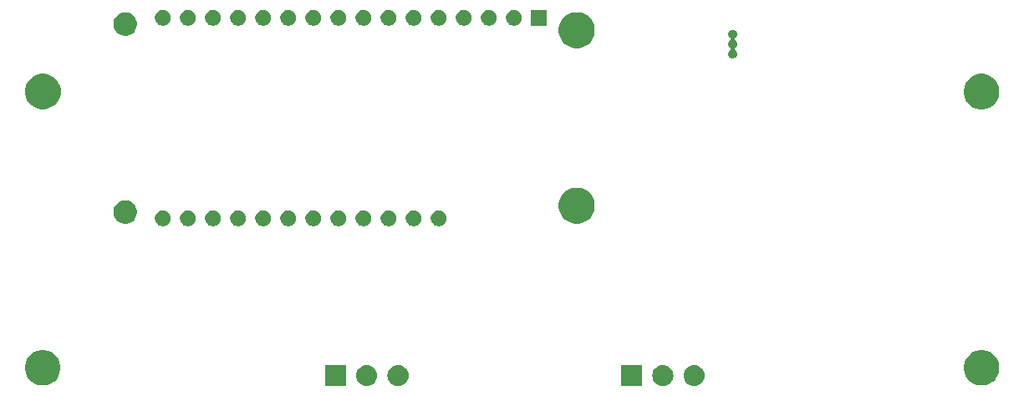
<source format=gbr>
G04 #@! TF.GenerationSoftware,KiCad,Pcbnew,5.1.4*
G04 #@! TF.CreationDate,2019-08-23T17:49:04-04:00*
G04 #@! TF.ProjectId,siot-gateway-particle,73696f74-2d67-4617-9465-7761792d7061,rev?*
G04 #@! TF.SameCoordinates,Original*
G04 #@! TF.FileFunction,Soldermask,Bot*
G04 #@! TF.FilePolarity,Negative*
%FSLAX46Y46*%
G04 Gerber Fmt 4.6, Leading zero omitted, Abs format (unit mm)*
G04 Created by KiCad (PCBNEW 5.1.4) date 2019-08-23 17:49:04*
%MOMM*%
%LPD*%
G04 APERTURE LIST*
%ADD10C,0.100000*%
G04 APERTURE END LIST*
D10*
G36*
X125066800Y-114066800D02*
G01*
X122933200Y-114066800D01*
X122933200Y-111933200D01*
X125066800Y-111933200D01*
X125066800Y-114066800D01*
X125066800Y-114066800D01*
G37*
G36*
X157384129Y-111948636D02*
G01*
X157585222Y-112009637D01*
X157770550Y-112108697D01*
X157932991Y-112242009D01*
X158066303Y-112404450D01*
X158165363Y-112589778D01*
X158226364Y-112790871D01*
X158246961Y-113000000D01*
X158226364Y-113209129D01*
X158165363Y-113410222D01*
X158066303Y-113595550D01*
X157932991Y-113757991D01*
X157770550Y-113891303D01*
X157585222Y-113990363D01*
X157384129Y-114051364D01*
X157227402Y-114066800D01*
X157122598Y-114066800D01*
X156965871Y-114051364D01*
X156764778Y-113990363D01*
X156579450Y-113891303D01*
X156417009Y-113757991D01*
X156283697Y-113595550D01*
X156184637Y-113410222D01*
X156123636Y-113209129D01*
X156103039Y-113000000D01*
X156123636Y-112790871D01*
X156184637Y-112589778D01*
X156283697Y-112404450D01*
X156417009Y-112242009D01*
X156579450Y-112108697D01*
X156764778Y-112009637D01*
X156965871Y-111948636D01*
X157122598Y-111933200D01*
X157227402Y-111933200D01*
X157384129Y-111948636D01*
X157384129Y-111948636D01*
G37*
G36*
X160559129Y-111948636D02*
G01*
X160760222Y-112009637D01*
X160945550Y-112108697D01*
X161107991Y-112242009D01*
X161241303Y-112404450D01*
X161340363Y-112589778D01*
X161401364Y-112790871D01*
X161421961Y-113000000D01*
X161401364Y-113209129D01*
X161340363Y-113410222D01*
X161241303Y-113595550D01*
X161107991Y-113757991D01*
X160945550Y-113891303D01*
X160760222Y-113990363D01*
X160559129Y-114051364D01*
X160402402Y-114066800D01*
X160297598Y-114066800D01*
X160140871Y-114051364D01*
X159939778Y-113990363D01*
X159754450Y-113891303D01*
X159592009Y-113757991D01*
X159458697Y-113595550D01*
X159359637Y-113410222D01*
X159298636Y-113209129D01*
X159278039Y-113000000D01*
X159298636Y-112790871D01*
X159359637Y-112589778D01*
X159458697Y-112404450D01*
X159592009Y-112242009D01*
X159754450Y-112108697D01*
X159939778Y-112009637D01*
X160140871Y-111948636D01*
X160297598Y-111933200D01*
X160402402Y-111933200D01*
X160559129Y-111948636D01*
X160559129Y-111948636D01*
G37*
G36*
X155066800Y-114066800D02*
G01*
X152933200Y-114066800D01*
X152933200Y-111933200D01*
X155066800Y-111933200D01*
X155066800Y-114066800D01*
X155066800Y-114066800D01*
G37*
G36*
X127384129Y-111948636D02*
G01*
X127585222Y-112009637D01*
X127770550Y-112108697D01*
X127932991Y-112242009D01*
X128066303Y-112404450D01*
X128165363Y-112589778D01*
X128226364Y-112790871D01*
X128246961Y-113000000D01*
X128226364Y-113209129D01*
X128165363Y-113410222D01*
X128066303Y-113595550D01*
X127932991Y-113757991D01*
X127770550Y-113891303D01*
X127585222Y-113990363D01*
X127384129Y-114051364D01*
X127227402Y-114066800D01*
X127122598Y-114066800D01*
X126965871Y-114051364D01*
X126764778Y-113990363D01*
X126579450Y-113891303D01*
X126417009Y-113757991D01*
X126283697Y-113595550D01*
X126184637Y-113410222D01*
X126123636Y-113209129D01*
X126103039Y-113000000D01*
X126123636Y-112790871D01*
X126184637Y-112589778D01*
X126283697Y-112404450D01*
X126417009Y-112242009D01*
X126579450Y-112108697D01*
X126764778Y-112009637D01*
X126965871Y-111948636D01*
X127122598Y-111933200D01*
X127227402Y-111933200D01*
X127384129Y-111948636D01*
X127384129Y-111948636D01*
G37*
G36*
X130559129Y-111948636D02*
G01*
X130760222Y-112009637D01*
X130945550Y-112108697D01*
X131107991Y-112242009D01*
X131241303Y-112404450D01*
X131340363Y-112589778D01*
X131401364Y-112790871D01*
X131421961Y-113000000D01*
X131401364Y-113209129D01*
X131340363Y-113410222D01*
X131241303Y-113595550D01*
X131107991Y-113757991D01*
X130945550Y-113891303D01*
X130760222Y-113990363D01*
X130559129Y-114051364D01*
X130402402Y-114066800D01*
X130297598Y-114066800D01*
X130140871Y-114051364D01*
X129939778Y-113990363D01*
X129754450Y-113891303D01*
X129592009Y-113757991D01*
X129458697Y-113595550D01*
X129359637Y-113410222D01*
X129298636Y-113209129D01*
X129278039Y-113000000D01*
X129298636Y-112790871D01*
X129359637Y-112589778D01*
X129458697Y-112404450D01*
X129592009Y-112242009D01*
X129754450Y-112108697D01*
X129939778Y-112009637D01*
X130140871Y-111948636D01*
X130297598Y-111933200D01*
X130402402Y-111933200D01*
X130559129Y-111948636D01*
X130559129Y-111948636D01*
G37*
G36*
X189975274Y-110478404D02*
G01*
X190302999Y-110614152D01*
X190523707Y-110761625D01*
X190597945Y-110811229D01*
X190848771Y-111062055D01*
X190848772Y-111062057D01*
X191045848Y-111357001D01*
X191181596Y-111684726D01*
X191250800Y-112032637D01*
X191250800Y-112387363D01*
X191181596Y-112735274D01*
X191045848Y-113062999D01*
X190898375Y-113283707D01*
X190848771Y-113357945D01*
X190597945Y-113608771D01*
X190523707Y-113658375D01*
X190302999Y-113805848D01*
X189975274Y-113941596D01*
X189627363Y-114010800D01*
X189272637Y-114010800D01*
X188924726Y-113941596D01*
X188597001Y-113805848D01*
X188376293Y-113658375D01*
X188302055Y-113608771D01*
X188051229Y-113357945D01*
X188001625Y-113283707D01*
X187854152Y-113062999D01*
X187718404Y-112735274D01*
X187649200Y-112387363D01*
X187649200Y-112032637D01*
X187718404Y-111684726D01*
X187854152Y-111357001D01*
X188051228Y-111062057D01*
X188051229Y-111062055D01*
X188302055Y-110811229D01*
X188376293Y-110761625D01*
X188597001Y-110614152D01*
X188924726Y-110478404D01*
X189272637Y-110409200D01*
X189627363Y-110409200D01*
X189975274Y-110478404D01*
X189975274Y-110478404D01*
G37*
G36*
X94885274Y-110468404D02*
G01*
X95212999Y-110604152D01*
X95433707Y-110751625D01*
X95507945Y-110801229D01*
X95758771Y-111052055D01*
X95765454Y-111062057D01*
X95955848Y-111347001D01*
X96091596Y-111674726D01*
X96160800Y-112022637D01*
X96160800Y-112377363D01*
X96091596Y-112725274D01*
X95955848Y-113052999D01*
X95851525Y-113209129D01*
X95758771Y-113347945D01*
X95507945Y-113598771D01*
X95492977Y-113608772D01*
X95212999Y-113795848D01*
X94885274Y-113931596D01*
X94537363Y-114000800D01*
X94182637Y-114000800D01*
X93834726Y-113931596D01*
X93507001Y-113795848D01*
X93227023Y-113608772D01*
X93212055Y-113598771D01*
X92961229Y-113347945D01*
X92868475Y-113209129D01*
X92764152Y-113052999D01*
X92628404Y-112725274D01*
X92559200Y-112377363D01*
X92559200Y-112022637D01*
X92628404Y-111674726D01*
X92764152Y-111347001D01*
X92954546Y-111062057D01*
X92961229Y-111052055D01*
X93212055Y-110801229D01*
X93286293Y-110751625D01*
X93507001Y-110604152D01*
X93834726Y-110468404D01*
X94182637Y-110399200D01*
X94537363Y-110399200D01*
X94885274Y-110468404D01*
X94885274Y-110468404D01*
G37*
G36*
X114394751Y-96276128D02*
G01*
X114394753Y-96276129D01*
X114394754Y-96276129D01*
X114541216Y-96336795D01*
X114673031Y-96424872D01*
X114785128Y-96536969D01*
X114873205Y-96668784D01*
X114933871Y-96815246D01*
X114933872Y-96815249D01*
X114964800Y-96970734D01*
X114964800Y-97129266D01*
X114950626Y-97200521D01*
X114933871Y-97284754D01*
X114873205Y-97431216D01*
X114785128Y-97563031D01*
X114673031Y-97675128D01*
X114541216Y-97763205D01*
X114394754Y-97823871D01*
X114394753Y-97823871D01*
X114394751Y-97823872D01*
X114239266Y-97854800D01*
X114080734Y-97854800D01*
X113925249Y-97823872D01*
X113925247Y-97823871D01*
X113925246Y-97823871D01*
X113778784Y-97763205D01*
X113646969Y-97675128D01*
X113534872Y-97563031D01*
X113446795Y-97431216D01*
X113386129Y-97284754D01*
X113369374Y-97200521D01*
X113355200Y-97129266D01*
X113355200Y-96970734D01*
X113386128Y-96815249D01*
X113386129Y-96815246D01*
X113446795Y-96668784D01*
X113534872Y-96536969D01*
X113646969Y-96424872D01*
X113778784Y-96336795D01*
X113925246Y-96276129D01*
X113925247Y-96276129D01*
X113925249Y-96276128D01*
X114080734Y-96245200D01*
X114239266Y-96245200D01*
X114394751Y-96276128D01*
X114394751Y-96276128D01*
G37*
G36*
X134714751Y-96276128D02*
G01*
X134714753Y-96276129D01*
X134714754Y-96276129D01*
X134861216Y-96336795D01*
X134993031Y-96424872D01*
X135105128Y-96536969D01*
X135193205Y-96668784D01*
X135253871Y-96815246D01*
X135253872Y-96815249D01*
X135284800Y-96970734D01*
X135284800Y-97129266D01*
X135270626Y-97200521D01*
X135253871Y-97284754D01*
X135193205Y-97431216D01*
X135105128Y-97563031D01*
X134993031Y-97675128D01*
X134861216Y-97763205D01*
X134714754Y-97823871D01*
X134714753Y-97823871D01*
X134714751Y-97823872D01*
X134559266Y-97854800D01*
X134400734Y-97854800D01*
X134245249Y-97823872D01*
X134245247Y-97823871D01*
X134245246Y-97823871D01*
X134098784Y-97763205D01*
X133966969Y-97675128D01*
X133854872Y-97563031D01*
X133766795Y-97431216D01*
X133706129Y-97284754D01*
X133689374Y-97200521D01*
X133675200Y-97129266D01*
X133675200Y-96970734D01*
X133706128Y-96815249D01*
X133706129Y-96815246D01*
X133766795Y-96668784D01*
X133854872Y-96536969D01*
X133966969Y-96424872D01*
X134098784Y-96336795D01*
X134245246Y-96276129D01*
X134245247Y-96276129D01*
X134245249Y-96276128D01*
X134400734Y-96245200D01*
X134559266Y-96245200D01*
X134714751Y-96276128D01*
X134714751Y-96276128D01*
G37*
G36*
X132174751Y-96276128D02*
G01*
X132174753Y-96276129D01*
X132174754Y-96276129D01*
X132321216Y-96336795D01*
X132453031Y-96424872D01*
X132565128Y-96536969D01*
X132653205Y-96668784D01*
X132713871Y-96815246D01*
X132713872Y-96815249D01*
X132744800Y-96970734D01*
X132744800Y-97129266D01*
X132730626Y-97200521D01*
X132713871Y-97284754D01*
X132653205Y-97431216D01*
X132565128Y-97563031D01*
X132453031Y-97675128D01*
X132321216Y-97763205D01*
X132174754Y-97823871D01*
X132174753Y-97823871D01*
X132174751Y-97823872D01*
X132019266Y-97854800D01*
X131860734Y-97854800D01*
X131705249Y-97823872D01*
X131705247Y-97823871D01*
X131705246Y-97823871D01*
X131558784Y-97763205D01*
X131426969Y-97675128D01*
X131314872Y-97563031D01*
X131226795Y-97431216D01*
X131166129Y-97284754D01*
X131149374Y-97200521D01*
X131135200Y-97129266D01*
X131135200Y-96970734D01*
X131166128Y-96815249D01*
X131166129Y-96815246D01*
X131226795Y-96668784D01*
X131314872Y-96536969D01*
X131426969Y-96424872D01*
X131558784Y-96336795D01*
X131705246Y-96276129D01*
X131705247Y-96276129D01*
X131705249Y-96276128D01*
X131860734Y-96245200D01*
X132019266Y-96245200D01*
X132174751Y-96276128D01*
X132174751Y-96276128D01*
G37*
G36*
X129634751Y-96276128D02*
G01*
X129634753Y-96276129D01*
X129634754Y-96276129D01*
X129781216Y-96336795D01*
X129913031Y-96424872D01*
X130025128Y-96536969D01*
X130113205Y-96668784D01*
X130173871Y-96815246D01*
X130173872Y-96815249D01*
X130204800Y-96970734D01*
X130204800Y-97129266D01*
X130190626Y-97200521D01*
X130173871Y-97284754D01*
X130113205Y-97431216D01*
X130025128Y-97563031D01*
X129913031Y-97675128D01*
X129781216Y-97763205D01*
X129634754Y-97823871D01*
X129634753Y-97823871D01*
X129634751Y-97823872D01*
X129479266Y-97854800D01*
X129320734Y-97854800D01*
X129165249Y-97823872D01*
X129165247Y-97823871D01*
X129165246Y-97823871D01*
X129018784Y-97763205D01*
X128886969Y-97675128D01*
X128774872Y-97563031D01*
X128686795Y-97431216D01*
X128626129Y-97284754D01*
X128609374Y-97200521D01*
X128595200Y-97129266D01*
X128595200Y-96970734D01*
X128626128Y-96815249D01*
X128626129Y-96815246D01*
X128686795Y-96668784D01*
X128774872Y-96536969D01*
X128886969Y-96424872D01*
X129018784Y-96336795D01*
X129165246Y-96276129D01*
X129165247Y-96276129D01*
X129165249Y-96276128D01*
X129320734Y-96245200D01*
X129479266Y-96245200D01*
X129634751Y-96276128D01*
X129634751Y-96276128D01*
G37*
G36*
X127094751Y-96276128D02*
G01*
X127094753Y-96276129D01*
X127094754Y-96276129D01*
X127241216Y-96336795D01*
X127373031Y-96424872D01*
X127485128Y-96536969D01*
X127573205Y-96668784D01*
X127633871Y-96815246D01*
X127633872Y-96815249D01*
X127664800Y-96970734D01*
X127664800Y-97129266D01*
X127650626Y-97200521D01*
X127633871Y-97284754D01*
X127573205Y-97431216D01*
X127485128Y-97563031D01*
X127373031Y-97675128D01*
X127241216Y-97763205D01*
X127094754Y-97823871D01*
X127094753Y-97823871D01*
X127094751Y-97823872D01*
X126939266Y-97854800D01*
X126780734Y-97854800D01*
X126625249Y-97823872D01*
X126625247Y-97823871D01*
X126625246Y-97823871D01*
X126478784Y-97763205D01*
X126346969Y-97675128D01*
X126234872Y-97563031D01*
X126146795Y-97431216D01*
X126086129Y-97284754D01*
X126069374Y-97200521D01*
X126055200Y-97129266D01*
X126055200Y-96970734D01*
X126086128Y-96815249D01*
X126086129Y-96815246D01*
X126146795Y-96668784D01*
X126234872Y-96536969D01*
X126346969Y-96424872D01*
X126478784Y-96336795D01*
X126625246Y-96276129D01*
X126625247Y-96276129D01*
X126625249Y-96276128D01*
X126780734Y-96245200D01*
X126939266Y-96245200D01*
X127094751Y-96276128D01*
X127094751Y-96276128D01*
G37*
G36*
X124554751Y-96276128D02*
G01*
X124554753Y-96276129D01*
X124554754Y-96276129D01*
X124701216Y-96336795D01*
X124833031Y-96424872D01*
X124945128Y-96536969D01*
X125033205Y-96668784D01*
X125093871Y-96815246D01*
X125093872Y-96815249D01*
X125124800Y-96970734D01*
X125124800Y-97129266D01*
X125110626Y-97200521D01*
X125093871Y-97284754D01*
X125033205Y-97431216D01*
X124945128Y-97563031D01*
X124833031Y-97675128D01*
X124701216Y-97763205D01*
X124554754Y-97823871D01*
X124554753Y-97823871D01*
X124554751Y-97823872D01*
X124399266Y-97854800D01*
X124240734Y-97854800D01*
X124085249Y-97823872D01*
X124085247Y-97823871D01*
X124085246Y-97823871D01*
X123938784Y-97763205D01*
X123806969Y-97675128D01*
X123694872Y-97563031D01*
X123606795Y-97431216D01*
X123546129Y-97284754D01*
X123529374Y-97200521D01*
X123515200Y-97129266D01*
X123515200Y-96970734D01*
X123546128Y-96815249D01*
X123546129Y-96815246D01*
X123606795Y-96668784D01*
X123694872Y-96536969D01*
X123806969Y-96424872D01*
X123938784Y-96336795D01*
X124085246Y-96276129D01*
X124085247Y-96276129D01*
X124085249Y-96276128D01*
X124240734Y-96245200D01*
X124399266Y-96245200D01*
X124554751Y-96276128D01*
X124554751Y-96276128D01*
G37*
G36*
X122014751Y-96276128D02*
G01*
X122014753Y-96276129D01*
X122014754Y-96276129D01*
X122161216Y-96336795D01*
X122293031Y-96424872D01*
X122405128Y-96536969D01*
X122493205Y-96668784D01*
X122553871Y-96815246D01*
X122553872Y-96815249D01*
X122584800Y-96970734D01*
X122584800Y-97129266D01*
X122570626Y-97200521D01*
X122553871Y-97284754D01*
X122493205Y-97431216D01*
X122405128Y-97563031D01*
X122293031Y-97675128D01*
X122161216Y-97763205D01*
X122014754Y-97823871D01*
X122014753Y-97823871D01*
X122014751Y-97823872D01*
X121859266Y-97854800D01*
X121700734Y-97854800D01*
X121545249Y-97823872D01*
X121545247Y-97823871D01*
X121545246Y-97823871D01*
X121398784Y-97763205D01*
X121266969Y-97675128D01*
X121154872Y-97563031D01*
X121066795Y-97431216D01*
X121006129Y-97284754D01*
X120989374Y-97200521D01*
X120975200Y-97129266D01*
X120975200Y-96970734D01*
X121006128Y-96815249D01*
X121006129Y-96815246D01*
X121066795Y-96668784D01*
X121154872Y-96536969D01*
X121266969Y-96424872D01*
X121398784Y-96336795D01*
X121545246Y-96276129D01*
X121545247Y-96276129D01*
X121545249Y-96276128D01*
X121700734Y-96245200D01*
X121859266Y-96245200D01*
X122014751Y-96276128D01*
X122014751Y-96276128D01*
G37*
G36*
X119474751Y-96276128D02*
G01*
X119474753Y-96276129D01*
X119474754Y-96276129D01*
X119621216Y-96336795D01*
X119753031Y-96424872D01*
X119865128Y-96536969D01*
X119953205Y-96668784D01*
X120013871Y-96815246D01*
X120013872Y-96815249D01*
X120044800Y-96970734D01*
X120044800Y-97129266D01*
X120030626Y-97200521D01*
X120013871Y-97284754D01*
X119953205Y-97431216D01*
X119865128Y-97563031D01*
X119753031Y-97675128D01*
X119621216Y-97763205D01*
X119474754Y-97823871D01*
X119474753Y-97823871D01*
X119474751Y-97823872D01*
X119319266Y-97854800D01*
X119160734Y-97854800D01*
X119005249Y-97823872D01*
X119005247Y-97823871D01*
X119005246Y-97823871D01*
X118858784Y-97763205D01*
X118726969Y-97675128D01*
X118614872Y-97563031D01*
X118526795Y-97431216D01*
X118466129Y-97284754D01*
X118449374Y-97200521D01*
X118435200Y-97129266D01*
X118435200Y-96970734D01*
X118466128Y-96815249D01*
X118466129Y-96815246D01*
X118526795Y-96668784D01*
X118614872Y-96536969D01*
X118726969Y-96424872D01*
X118858784Y-96336795D01*
X119005246Y-96276129D01*
X119005247Y-96276129D01*
X119005249Y-96276128D01*
X119160734Y-96245200D01*
X119319266Y-96245200D01*
X119474751Y-96276128D01*
X119474751Y-96276128D01*
G37*
G36*
X111854751Y-96276128D02*
G01*
X111854753Y-96276129D01*
X111854754Y-96276129D01*
X112001216Y-96336795D01*
X112133031Y-96424872D01*
X112245128Y-96536969D01*
X112333205Y-96668784D01*
X112393871Y-96815246D01*
X112393872Y-96815249D01*
X112424800Y-96970734D01*
X112424800Y-97129266D01*
X112410626Y-97200521D01*
X112393871Y-97284754D01*
X112333205Y-97431216D01*
X112245128Y-97563031D01*
X112133031Y-97675128D01*
X112001216Y-97763205D01*
X111854754Y-97823871D01*
X111854753Y-97823871D01*
X111854751Y-97823872D01*
X111699266Y-97854800D01*
X111540734Y-97854800D01*
X111385249Y-97823872D01*
X111385247Y-97823871D01*
X111385246Y-97823871D01*
X111238784Y-97763205D01*
X111106969Y-97675128D01*
X110994872Y-97563031D01*
X110906795Y-97431216D01*
X110846129Y-97284754D01*
X110829374Y-97200521D01*
X110815200Y-97129266D01*
X110815200Y-96970734D01*
X110846128Y-96815249D01*
X110846129Y-96815246D01*
X110906795Y-96668784D01*
X110994872Y-96536969D01*
X111106969Y-96424872D01*
X111238784Y-96336795D01*
X111385246Y-96276129D01*
X111385247Y-96276129D01*
X111385249Y-96276128D01*
X111540734Y-96245200D01*
X111699266Y-96245200D01*
X111854751Y-96276128D01*
X111854751Y-96276128D01*
G37*
G36*
X109314751Y-96276128D02*
G01*
X109314753Y-96276129D01*
X109314754Y-96276129D01*
X109461216Y-96336795D01*
X109593031Y-96424872D01*
X109705128Y-96536969D01*
X109793205Y-96668784D01*
X109853871Y-96815246D01*
X109853872Y-96815249D01*
X109884800Y-96970734D01*
X109884800Y-97129266D01*
X109870626Y-97200521D01*
X109853871Y-97284754D01*
X109793205Y-97431216D01*
X109705128Y-97563031D01*
X109593031Y-97675128D01*
X109461216Y-97763205D01*
X109314754Y-97823871D01*
X109314753Y-97823871D01*
X109314751Y-97823872D01*
X109159266Y-97854800D01*
X109000734Y-97854800D01*
X108845249Y-97823872D01*
X108845247Y-97823871D01*
X108845246Y-97823871D01*
X108698784Y-97763205D01*
X108566969Y-97675128D01*
X108454872Y-97563031D01*
X108366795Y-97431216D01*
X108306129Y-97284754D01*
X108289374Y-97200521D01*
X108275200Y-97129266D01*
X108275200Y-96970734D01*
X108306128Y-96815249D01*
X108306129Y-96815246D01*
X108366795Y-96668784D01*
X108454872Y-96536969D01*
X108566969Y-96424872D01*
X108698784Y-96336795D01*
X108845246Y-96276129D01*
X108845247Y-96276129D01*
X108845249Y-96276128D01*
X109000734Y-96245200D01*
X109159266Y-96245200D01*
X109314751Y-96276128D01*
X109314751Y-96276128D01*
G37*
G36*
X116934751Y-96276128D02*
G01*
X116934753Y-96276129D01*
X116934754Y-96276129D01*
X117081216Y-96336795D01*
X117213031Y-96424872D01*
X117325128Y-96536969D01*
X117413205Y-96668784D01*
X117473871Y-96815246D01*
X117473872Y-96815249D01*
X117504800Y-96970734D01*
X117504800Y-97129266D01*
X117490626Y-97200521D01*
X117473871Y-97284754D01*
X117413205Y-97431216D01*
X117325128Y-97563031D01*
X117213031Y-97675128D01*
X117081216Y-97763205D01*
X116934754Y-97823871D01*
X116934753Y-97823871D01*
X116934751Y-97823872D01*
X116779266Y-97854800D01*
X116620734Y-97854800D01*
X116465249Y-97823872D01*
X116465247Y-97823871D01*
X116465246Y-97823871D01*
X116318784Y-97763205D01*
X116186969Y-97675128D01*
X116074872Y-97563031D01*
X115986795Y-97431216D01*
X115926129Y-97284754D01*
X115909374Y-97200521D01*
X115895200Y-97129266D01*
X115895200Y-96970734D01*
X115926128Y-96815249D01*
X115926129Y-96815246D01*
X115986795Y-96668784D01*
X116074872Y-96536969D01*
X116186969Y-96424872D01*
X116318784Y-96336795D01*
X116465246Y-96276129D01*
X116465247Y-96276129D01*
X116465249Y-96276128D01*
X116620734Y-96245200D01*
X116779266Y-96245200D01*
X116934751Y-96276128D01*
X116934751Y-96276128D01*
G37*
G36*
X106774751Y-96276128D02*
G01*
X106774753Y-96276129D01*
X106774754Y-96276129D01*
X106921216Y-96336795D01*
X107053031Y-96424872D01*
X107165128Y-96536969D01*
X107253205Y-96668784D01*
X107313871Y-96815246D01*
X107313872Y-96815249D01*
X107344800Y-96970734D01*
X107344800Y-97129266D01*
X107330626Y-97200521D01*
X107313871Y-97284754D01*
X107253205Y-97431216D01*
X107165128Y-97563031D01*
X107053031Y-97675128D01*
X106921216Y-97763205D01*
X106774754Y-97823871D01*
X106774753Y-97823871D01*
X106774751Y-97823872D01*
X106619266Y-97854800D01*
X106460734Y-97854800D01*
X106305249Y-97823872D01*
X106305247Y-97823871D01*
X106305246Y-97823871D01*
X106158784Y-97763205D01*
X106026969Y-97675128D01*
X105914872Y-97563031D01*
X105826795Y-97431216D01*
X105766129Y-97284754D01*
X105749374Y-97200521D01*
X105735200Y-97129266D01*
X105735200Y-96970734D01*
X105766128Y-96815249D01*
X105766129Y-96815246D01*
X105826795Y-96668784D01*
X105914872Y-96536969D01*
X106026969Y-96424872D01*
X106158784Y-96336795D01*
X106305246Y-96276129D01*
X106305247Y-96276129D01*
X106305249Y-96276128D01*
X106460734Y-96245200D01*
X106619266Y-96245200D01*
X106774751Y-96276128D01*
X106774751Y-96276128D01*
G37*
G36*
X103078219Y-95267077D02*
G01*
X103295476Y-95357068D01*
X103491003Y-95487715D01*
X103657285Y-95653997D01*
X103787932Y-95849524D01*
X103877923Y-96066781D01*
X103923800Y-96297421D01*
X103923800Y-96532579D01*
X103877923Y-96763219D01*
X103787932Y-96980476D01*
X103657285Y-97176003D01*
X103491003Y-97342285D01*
X103295476Y-97472932D01*
X103078219Y-97562923D01*
X102847579Y-97608800D01*
X102612421Y-97608800D01*
X102381781Y-97562923D01*
X102164524Y-97472932D01*
X101968997Y-97342285D01*
X101802715Y-97176003D01*
X101672068Y-96980476D01*
X101582077Y-96763219D01*
X101536200Y-96532579D01*
X101536200Y-96297421D01*
X101582077Y-96066781D01*
X101672068Y-95849524D01*
X101802715Y-95653997D01*
X101968997Y-95487715D01*
X102164524Y-95357068D01*
X102381781Y-95267077D01*
X102612421Y-95221200D01*
X102847579Y-95221200D01*
X103078219Y-95267077D01*
X103078219Y-95267077D01*
G37*
G36*
X148983441Y-94021480D02*
G01*
X149316262Y-94159338D01*
X149615792Y-94359478D01*
X149870522Y-94614208D01*
X150070662Y-94913738D01*
X150208520Y-95246559D01*
X150278800Y-95599879D01*
X150278800Y-95960121D01*
X150208520Y-96313441D01*
X150070662Y-96646262D01*
X149870522Y-96945792D01*
X149615792Y-97200522D01*
X149316262Y-97400662D01*
X148983441Y-97538520D01*
X148630121Y-97608800D01*
X148269879Y-97608800D01*
X147916559Y-97538520D01*
X147583738Y-97400662D01*
X147284208Y-97200522D01*
X147029478Y-96945792D01*
X146829338Y-96646262D01*
X146691480Y-96313441D01*
X146621200Y-95960121D01*
X146621200Y-95599879D01*
X146691480Y-95246559D01*
X146829338Y-94913738D01*
X147029478Y-94614208D01*
X147284208Y-94359478D01*
X147583738Y-94159338D01*
X147916559Y-94021480D01*
X148269879Y-93951200D01*
X148630121Y-93951200D01*
X148983441Y-94021480D01*
X148983441Y-94021480D01*
G37*
G36*
X189975274Y-82498404D02*
G01*
X190302999Y-82634152D01*
X190523707Y-82781625D01*
X190597945Y-82831229D01*
X190848771Y-83082055D01*
X190848772Y-83082057D01*
X191045848Y-83377001D01*
X191181596Y-83704726D01*
X191250800Y-84052637D01*
X191250800Y-84407363D01*
X191181596Y-84755274D01*
X191045848Y-85082999D01*
X190898375Y-85303707D01*
X190848771Y-85377945D01*
X190597945Y-85628771D01*
X190523707Y-85678375D01*
X190302999Y-85825848D01*
X189975274Y-85961596D01*
X189627363Y-86030800D01*
X189272637Y-86030800D01*
X188924726Y-85961596D01*
X188597001Y-85825848D01*
X188376293Y-85678375D01*
X188302055Y-85628771D01*
X188051229Y-85377945D01*
X188001625Y-85303707D01*
X187854152Y-85082999D01*
X187718404Y-84755274D01*
X187649200Y-84407363D01*
X187649200Y-84052637D01*
X187718404Y-83704726D01*
X187854152Y-83377001D01*
X188051228Y-83082057D01*
X188051229Y-83082055D01*
X188302055Y-82831229D01*
X188376293Y-82781625D01*
X188597001Y-82634152D01*
X188924726Y-82498404D01*
X189272637Y-82429200D01*
X189627363Y-82429200D01*
X189975274Y-82498404D01*
X189975274Y-82498404D01*
G37*
G36*
X94905274Y-82488404D02*
G01*
X95232999Y-82624152D01*
X95453707Y-82771625D01*
X95527945Y-82821229D01*
X95778771Y-83072055D01*
X95785454Y-83082057D01*
X95975848Y-83367001D01*
X96111596Y-83694726D01*
X96180800Y-84042637D01*
X96180800Y-84397363D01*
X96111596Y-84745274D01*
X95975848Y-85072999D01*
X95828375Y-85293707D01*
X95778771Y-85367945D01*
X95527945Y-85618771D01*
X95512977Y-85628772D01*
X95232999Y-85815848D01*
X94905274Y-85951596D01*
X94557363Y-86020800D01*
X94202637Y-86020800D01*
X93854726Y-85951596D01*
X93527001Y-85815848D01*
X93247023Y-85628772D01*
X93232055Y-85618771D01*
X92981229Y-85367945D01*
X92931625Y-85293707D01*
X92784152Y-85072999D01*
X92648404Y-84745274D01*
X92579200Y-84397363D01*
X92579200Y-84042637D01*
X92648404Y-83694726D01*
X92784152Y-83367001D01*
X92974546Y-83082057D01*
X92981229Y-83072055D01*
X93232055Y-82821229D01*
X93306293Y-82771625D01*
X93527001Y-82624152D01*
X93854726Y-82488404D01*
X94202637Y-82419200D01*
X94557363Y-82419200D01*
X94905274Y-82488404D01*
X94905274Y-82488404D01*
G37*
G36*
X164373493Y-77964524D02*
G01*
X164373495Y-77964525D01*
X164373496Y-77964525D01*
X164414514Y-77981515D01*
X164455534Y-77998506D01*
X164529368Y-78047841D01*
X164592159Y-78110632D01*
X164641494Y-78184466D01*
X164675476Y-78266507D01*
X164692800Y-78353600D01*
X164692800Y-78442400D01*
X164675476Y-78529493D01*
X164641494Y-78611534D01*
X164592159Y-78685368D01*
X164529368Y-78748159D01*
X164504210Y-78764969D01*
X164479968Y-78784864D01*
X164460070Y-78809110D01*
X164445285Y-78836771D01*
X164436180Y-78866786D01*
X164433106Y-78898000D01*
X164436180Y-78929215D01*
X164445285Y-78959229D01*
X164460071Y-78986891D01*
X164479969Y-79011137D01*
X164504210Y-79031031D01*
X164529368Y-79047841D01*
X164592159Y-79110632D01*
X164641494Y-79184466D01*
X164675476Y-79266507D01*
X164692800Y-79353600D01*
X164692800Y-79442400D01*
X164675476Y-79529493D01*
X164641494Y-79611534D01*
X164592159Y-79685368D01*
X164529368Y-79748159D01*
X164504210Y-79764969D01*
X164479968Y-79784864D01*
X164460070Y-79809110D01*
X164445285Y-79836771D01*
X164436180Y-79866786D01*
X164433106Y-79898000D01*
X164436180Y-79929215D01*
X164445285Y-79959229D01*
X164460071Y-79986891D01*
X164479969Y-80011137D01*
X164504210Y-80031031D01*
X164529368Y-80047841D01*
X164592159Y-80110632D01*
X164641494Y-80184466D01*
X164675476Y-80266507D01*
X164692800Y-80353600D01*
X164692800Y-80442400D01*
X164675476Y-80529493D01*
X164641494Y-80611534D01*
X164592159Y-80685368D01*
X164529368Y-80748159D01*
X164455534Y-80797494D01*
X164414513Y-80814485D01*
X164373496Y-80831475D01*
X164373495Y-80831475D01*
X164373493Y-80831476D01*
X164286400Y-80848800D01*
X164197600Y-80848800D01*
X164110507Y-80831476D01*
X164110505Y-80831475D01*
X164110504Y-80831475D01*
X164069487Y-80814485D01*
X164028466Y-80797494D01*
X163954632Y-80748159D01*
X163891841Y-80685368D01*
X163842506Y-80611534D01*
X163808524Y-80529493D01*
X163791200Y-80442400D01*
X163791200Y-80353600D01*
X163808524Y-80266507D01*
X163842506Y-80184466D01*
X163891841Y-80110632D01*
X163954632Y-80047841D01*
X163979790Y-80031031D01*
X164004032Y-80011136D01*
X164023930Y-79986890D01*
X164038715Y-79959229D01*
X164047820Y-79929214D01*
X164050894Y-79898000D01*
X164047820Y-79866785D01*
X164038715Y-79836771D01*
X164023929Y-79809109D01*
X164004031Y-79784863D01*
X163979790Y-79764969D01*
X163954632Y-79748159D01*
X163891841Y-79685368D01*
X163842506Y-79611534D01*
X163808524Y-79529493D01*
X163791200Y-79442400D01*
X163791200Y-79353600D01*
X163808524Y-79266507D01*
X163842506Y-79184466D01*
X163891841Y-79110632D01*
X163954632Y-79047841D01*
X163979790Y-79031031D01*
X164004032Y-79011136D01*
X164023930Y-78986890D01*
X164038715Y-78959229D01*
X164047820Y-78929214D01*
X164050894Y-78898000D01*
X164047820Y-78866785D01*
X164038715Y-78836771D01*
X164023929Y-78809109D01*
X164004031Y-78784863D01*
X163979790Y-78764969D01*
X163954632Y-78748159D01*
X163891841Y-78685368D01*
X163842506Y-78611534D01*
X163808524Y-78529493D01*
X163791200Y-78442400D01*
X163791200Y-78353600D01*
X163808524Y-78266507D01*
X163842506Y-78184466D01*
X163891841Y-78110632D01*
X163954632Y-78047841D01*
X164028466Y-77998506D01*
X164069486Y-77981515D01*
X164110504Y-77964525D01*
X164110505Y-77964525D01*
X164110507Y-77964524D01*
X164197600Y-77947200D01*
X164286400Y-77947200D01*
X164373493Y-77964524D01*
X164373493Y-77964524D01*
G37*
G36*
X148983441Y-76241480D02*
G01*
X149316262Y-76379338D01*
X149615792Y-76579478D01*
X149870522Y-76834208D01*
X150070662Y-77133738D01*
X150208520Y-77466559D01*
X150278800Y-77819879D01*
X150278800Y-78180121D01*
X150208520Y-78533441D01*
X150070662Y-78866262D01*
X149870522Y-79165792D01*
X149615792Y-79420522D01*
X149316262Y-79620662D01*
X148983441Y-79758520D01*
X148630121Y-79828800D01*
X148269879Y-79828800D01*
X147916559Y-79758520D01*
X147583738Y-79620662D01*
X147284208Y-79420522D01*
X147029478Y-79165792D01*
X146829338Y-78866262D01*
X146691480Y-78533441D01*
X146621200Y-78180121D01*
X146621200Y-77819879D01*
X146691480Y-77466559D01*
X146829338Y-77133738D01*
X147029478Y-76834208D01*
X147284208Y-76579478D01*
X147583738Y-76379338D01*
X147916559Y-76241480D01*
X148269879Y-76171200D01*
X148630121Y-76171200D01*
X148983441Y-76241480D01*
X148983441Y-76241480D01*
G37*
G36*
X103078219Y-76217077D02*
G01*
X103295476Y-76307068D01*
X103491003Y-76437715D01*
X103657285Y-76603997D01*
X103787932Y-76799524D01*
X103877923Y-77016781D01*
X103923800Y-77247421D01*
X103923800Y-77482579D01*
X103877923Y-77713219D01*
X103787932Y-77930476D01*
X103657285Y-78126003D01*
X103491003Y-78292285D01*
X103295476Y-78422932D01*
X103078219Y-78512923D01*
X102847579Y-78558800D01*
X102612421Y-78558800D01*
X102381781Y-78512923D01*
X102164524Y-78422932D01*
X101968997Y-78292285D01*
X101802715Y-78126003D01*
X101672068Y-77930476D01*
X101582077Y-77713219D01*
X101536200Y-77482579D01*
X101536200Y-77247421D01*
X101582077Y-77016781D01*
X101672068Y-76799524D01*
X101802715Y-76603997D01*
X101968997Y-76437715D01*
X102164524Y-76307068D01*
X102381781Y-76217077D01*
X102612421Y-76171200D01*
X102847579Y-76171200D01*
X103078219Y-76217077D01*
X103078219Y-76217077D01*
G37*
G36*
X106774751Y-75956128D02*
G01*
X106774753Y-75956129D01*
X106774754Y-75956129D01*
X106921216Y-76016795D01*
X107053031Y-76104872D01*
X107165128Y-76216969D01*
X107253205Y-76348784D01*
X107313871Y-76495246D01*
X107313872Y-76495249D01*
X107344800Y-76650734D01*
X107344800Y-76809266D01*
X107313872Y-76964751D01*
X107313871Y-76964754D01*
X107253205Y-77111216D01*
X107165128Y-77243031D01*
X107053031Y-77355128D01*
X106921216Y-77443205D01*
X106774754Y-77503871D01*
X106774753Y-77503871D01*
X106774751Y-77503872D01*
X106619266Y-77534800D01*
X106460734Y-77534800D01*
X106305249Y-77503872D01*
X106305247Y-77503871D01*
X106305246Y-77503871D01*
X106158784Y-77443205D01*
X106026969Y-77355128D01*
X105914872Y-77243031D01*
X105826795Y-77111216D01*
X105766129Y-76964754D01*
X105766128Y-76964751D01*
X105735200Y-76809266D01*
X105735200Y-76650734D01*
X105766128Y-76495249D01*
X105766129Y-76495246D01*
X105826795Y-76348784D01*
X105914872Y-76216969D01*
X106026969Y-76104872D01*
X106158784Y-76016795D01*
X106305246Y-75956129D01*
X106305247Y-75956129D01*
X106305249Y-75956128D01*
X106460734Y-75925200D01*
X106619266Y-75925200D01*
X106774751Y-75956128D01*
X106774751Y-75956128D01*
G37*
G36*
X109314751Y-75956128D02*
G01*
X109314753Y-75956129D01*
X109314754Y-75956129D01*
X109461216Y-76016795D01*
X109593031Y-76104872D01*
X109705128Y-76216969D01*
X109793205Y-76348784D01*
X109853871Y-76495246D01*
X109853872Y-76495249D01*
X109884800Y-76650734D01*
X109884800Y-76809266D01*
X109853872Y-76964751D01*
X109853871Y-76964754D01*
X109793205Y-77111216D01*
X109705128Y-77243031D01*
X109593031Y-77355128D01*
X109461216Y-77443205D01*
X109314754Y-77503871D01*
X109314753Y-77503871D01*
X109314751Y-77503872D01*
X109159266Y-77534800D01*
X109000734Y-77534800D01*
X108845249Y-77503872D01*
X108845247Y-77503871D01*
X108845246Y-77503871D01*
X108698784Y-77443205D01*
X108566969Y-77355128D01*
X108454872Y-77243031D01*
X108366795Y-77111216D01*
X108306129Y-76964754D01*
X108306128Y-76964751D01*
X108275200Y-76809266D01*
X108275200Y-76650734D01*
X108306128Y-76495249D01*
X108306129Y-76495246D01*
X108366795Y-76348784D01*
X108454872Y-76216969D01*
X108566969Y-76104872D01*
X108698784Y-76016795D01*
X108845246Y-75956129D01*
X108845247Y-75956129D01*
X108845249Y-75956128D01*
X109000734Y-75925200D01*
X109159266Y-75925200D01*
X109314751Y-75956128D01*
X109314751Y-75956128D01*
G37*
G36*
X116934751Y-75956128D02*
G01*
X116934753Y-75956129D01*
X116934754Y-75956129D01*
X117081216Y-76016795D01*
X117213031Y-76104872D01*
X117325128Y-76216969D01*
X117413205Y-76348784D01*
X117473871Y-76495246D01*
X117473872Y-76495249D01*
X117504800Y-76650734D01*
X117504800Y-76809266D01*
X117473872Y-76964751D01*
X117473871Y-76964754D01*
X117413205Y-77111216D01*
X117325128Y-77243031D01*
X117213031Y-77355128D01*
X117081216Y-77443205D01*
X116934754Y-77503871D01*
X116934753Y-77503871D01*
X116934751Y-77503872D01*
X116779266Y-77534800D01*
X116620734Y-77534800D01*
X116465249Y-77503872D01*
X116465247Y-77503871D01*
X116465246Y-77503871D01*
X116318784Y-77443205D01*
X116186969Y-77355128D01*
X116074872Y-77243031D01*
X115986795Y-77111216D01*
X115926129Y-76964754D01*
X115926128Y-76964751D01*
X115895200Y-76809266D01*
X115895200Y-76650734D01*
X115926128Y-76495249D01*
X115926129Y-76495246D01*
X115986795Y-76348784D01*
X116074872Y-76216969D01*
X116186969Y-76104872D01*
X116318784Y-76016795D01*
X116465246Y-75956129D01*
X116465247Y-75956129D01*
X116465249Y-75956128D01*
X116620734Y-75925200D01*
X116779266Y-75925200D01*
X116934751Y-75956128D01*
X116934751Y-75956128D01*
G37*
G36*
X119474751Y-75956128D02*
G01*
X119474753Y-75956129D01*
X119474754Y-75956129D01*
X119621216Y-76016795D01*
X119753031Y-76104872D01*
X119865128Y-76216969D01*
X119953205Y-76348784D01*
X120013871Y-76495246D01*
X120013872Y-76495249D01*
X120044800Y-76650734D01*
X120044800Y-76809266D01*
X120013872Y-76964751D01*
X120013871Y-76964754D01*
X119953205Y-77111216D01*
X119865128Y-77243031D01*
X119753031Y-77355128D01*
X119621216Y-77443205D01*
X119474754Y-77503871D01*
X119474753Y-77503871D01*
X119474751Y-77503872D01*
X119319266Y-77534800D01*
X119160734Y-77534800D01*
X119005249Y-77503872D01*
X119005247Y-77503871D01*
X119005246Y-77503871D01*
X118858784Y-77443205D01*
X118726969Y-77355128D01*
X118614872Y-77243031D01*
X118526795Y-77111216D01*
X118466129Y-76964754D01*
X118466128Y-76964751D01*
X118435200Y-76809266D01*
X118435200Y-76650734D01*
X118466128Y-76495249D01*
X118466129Y-76495246D01*
X118526795Y-76348784D01*
X118614872Y-76216969D01*
X118726969Y-76104872D01*
X118858784Y-76016795D01*
X119005246Y-75956129D01*
X119005247Y-75956129D01*
X119005249Y-75956128D01*
X119160734Y-75925200D01*
X119319266Y-75925200D01*
X119474751Y-75956128D01*
X119474751Y-75956128D01*
G37*
G36*
X122014751Y-75956128D02*
G01*
X122014753Y-75956129D01*
X122014754Y-75956129D01*
X122161216Y-76016795D01*
X122293031Y-76104872D01*
X122405128Y-76216969D01*
X122493205Y-76348784D01*
X122553871Y-76495246D01*
X122553872Y-76495249D01*
X122584800Y-76650734D01*
X122584800Y-76809266D01*
X122553872Y-76964751D01*
X122553871Y-76964754D01*
X122493205Y-77111216D01*
X122405128Y-77243031D01*
X122293031Y-77355128D01*
X122161216Y-77443205D01*
X122014754Y-77503871D01*
X122014753Y-77503871D01*
X122014751Y-77503872D01*
X121859266Y-77534800D01*
X121700734Y-77534800D01*
X121545249Y-77503872D01*
X121545247Y-77503871D01*
X121545246Y-77503871D01*
X121398784Y-77443205D01*
X121266969Y-77355128D01*
X121154872Y-77243031D01*
X121066795Y-77111216D01*
X121006129Y-76964754D01*
X121006128Y-76964751D01*
X120975200Y-76809266D01*
X120975200Y-76650734D01*
X121006128Y-76495249D01*
X121006129Y-76495246D01*
X121066795Y-76348784D01*
X121154872Y-76216969D01*
X121266969Y-76104872D01*
X121398784Y-76016795D01*
X121545246Y-75956129D01*
X121545247Y-75956129D01*
X121545249Y-75956128D01*
X121700734Y-75925200D01*
X121859266Y-75925200D01*
X122014751Y-75956128D01*
X122014751Y-75956128D01*
G37*
G36*
X124554751Y-75956128D02*
G01*
X124554753Y-75956129D01*
X124554754Y-75956129D01*
X124701216Y-76016795D01*
X124833031Y-76104872D01*
X124945128Y-76216969D01*
X125033205Y-76348784D01*
X125093871Y-76495246D01*
X125093872Y-76495249D01*
X125124800Y-76650734D01*
X125124800Y-76809266D01*
X125093872Y-76964751D01*
X125093871Y-76964754D01*
X125033205Y-77111216D01*
X124945128Y-77243031D01*
X124833031Y-77355128D01*
X124701216Y-77443205D01*
X124554754Y-77503871D01*
X124554753Y-77503871D01*
X124554751Y-77503872D01*
X124399266Y-77534800D01*
X124240734Y-77534800D01*
X124085249Y-77503872D01*
X124085247Y-77503871D01*
X124085246Y-77503871D01*
X123938784Y-77443205D01*
X123806969Y-77355128D01*
X123694872Y-77243031D01*
X123606795Y-77111216D01*
X123546129Y-76964754D01*
X123546128Y-76964751D01*
X123515200Y-76809266D01*
X123515200Y-76650734D01*
X123546128Y-76495249D01*
X123546129Y-76495246D01*
X123606795Y-76348784D01*
X123694872Y-76216969D01*
X123806969Y-76104872D01*
X123938784Y-76016795D01*
X124085246Y-75956129D01*
X124085247Y-75956129D01*
X124085249Y-75956128D01*
X124240734Y-75925200D01*
X124399266Y-75925200D01*
X124554751Y-75956128D01*
X124554751Y-75956128D01*
G37*
G36*
X127094751Y-75956128D02*
G01*
X127094753Y-75956129D01*
X127094754Y-75956129D01*
X127241216Y-76016795D01*
X127373031Y-76104872D01*
X127485128Y-76216969D01*
X127573205Y-76348784D01*
X127633871Y-76495246D01*
X127633872Y-76495249D01*
X127664800Y-76650734D01*
X127664800Y-76809266D01*
X127633872Y-76964751D01*
X127633871Y-76964754D01*
X127573205Y-77111216D01*
X127485128Y-77243031D01*
X127373031Y-77355128D01*
X127241216Y-77443205D01*
X127094754Y-77503871D01*
X127094753Y-77503871D01*
X127094751Y-77503872D01*
X126939266Y-77534800D01*
X126780734Y-77534800D01*
X126625249Y-77503872D01*
X126625247Y-77503871D01*
X126625246Y-77503871D01*
X126478784Y-77443205D01*
X126346969Y-77355128D01*
X126234872Y-77243031D01*
X126146795Y-77111216D01*
X126086129Y-76964754D01*
X126086128Y-76964751D01*
X126055200Y-76809266D01*
X126055200Y-76650734D01*
X126086128Y-76495249D01*
X126086129Y-76495246D01*
X126146795Y-76348784D01*
X126234872Y-76216969D01*
X126346969Y-76104872D01*
X126478784Y-76016795D01*
X126625246Y-75956129D01*
X126625247Y-75956129D01*
X126625249Y-75956128D01*
X126780734Y-75925200D01*
X126939266Y-75925200D01*
X127094751Y-75956128D01*
X127094751Y-75956128D01*
G37*
G36*
X111854751Y-75956128D02*
G01*
X111854753Y-75956129D01*
X111854754Y-75956129D01*
X112001216Y-76016795D01*
X112133031Y-76104872D01*
X112245128Y-76216969D01*
X112333205Y-76348784D01*
X112393871Y-76495246D01*
X112393872Y-76495249D01*
X112424800Y-76650734D01*
X112424800Y-76809266D01*
X112393872Y-76964751D01*
X112393871Y-76964754D01*
X112333205Y-77111216D01*
X112245128Y-77243031D01*
X112133031Y-77355128D01*
X112001216Y-77443205D01*
X111854754Y-77503871D01*
X111854753Y-77503871D01*
X111854751Y-77503872D01*
X111699266Y-77534800D01*
X111540734Y-77534800D01*
X111385249Y-77503872D01*
X111385247Y-77503871D01*
X111385246Y-77503871D01*
X111238784Y-77443205D01*
X111106969Y-77355128D01*
X110994872Y-77243031D01*
X110906795Y-77111216D01*
X110846129Y-76964754D01*
X110846128Y-76964751D01*
X110815200Y-76809266D01*
X110815200Y-76650734D01*
X110846128Y-76495249D01*
X110846129Y-76495246D01*
X110906795Y-76348784D01*
X110994872Y-76216969D01*
X111106969Y-76104872D01*
X111238784Y-76016795D01*
X111385246Y-75956129D01*
X111385247Y-75956129D01*
X111385249Y-75956128D01*
X111540734Y-75925200D01*
X111699266Y-75925200D01*
X111854751Y-75956128D01*
X111854751Y-75956128D01*
G37*
G36*
X129634751Y-75956128D02*
G01*
X129634753Y-75956129D01*
X129634754Y-75956129D01*
X129781216Y-76016795D01*
X129913031Y-76104872D01*
X130025128Y-76216969D01*
X130113205Y-76348784D01*
X130173871Y-76495246D01*
X130173872Y-76495249D01*
X130204800Y-76650734D01*
X130204800Y-76809266D01*
X130173872Y-76964751D01*
X130173871Y-76964754D01*
X130113205Y-77111216D01*
X130025128Y-77243031D01*
X129913031Y-77355128D01*
X129781216Y-77443205D01*
X129634754Y-77503871D01*
X129634753Y-77503871D01*
X129634751Y-77503872D01*
X129479266Y-77534800D01*
X129320734Y-77534800D01*
X129165249Y-77503872D01*
X129165247Y-77503871D01*
X129165246Y-77503871D01*
X129018784Y-77443205D01*
X128886969Y-77355128D01*
X128774872Y-77243031D01*
X128686795Y-77111216D01*
X128626129Y-76964754D01*
X128626128Y-76964751D01*
X128595200Y-76809266D01*
X128595200Y-76650734D01*
X128626128Y-76495249D01*
X128626129Y-76495246D01*
X128686795Y-76348784D01*
X128774872Y-76216969D01*
X128886969Y-76104872D01*
X129018784Y-76016795D01*
X129165246Y-75956129D01*
X129165247Y-75956129D01*
X129165249Y-75956128D01*
X129320734Y-75925200D01*
X129479266Y-75925200D01*
X129634751Y-75956128D01*
X129634751Y-75956128D01*
G37*
G36*
X132174751Y-75956128D02*
G01*
X132174753Y-75956129D01*
X132174754Y-75956129D01*
X132321216Y-76016795D01*
X132453031Y-76104872D01*
X132565128Y-76216969D01*
X132653205Y-76348784D01*
X132713871Y-76495246D01*
X132713872Y-76495249D01*
X132744800Y-76650734D01*
X132744800Y-76809266D01*
X132713872Y-76964751D01*
X132713871Y-76964754D01*
X132653205Y-77111216D01*
X132565128Y-77243031D01*
X132453031Y-77355128D01*
X132321216Y-77443205D01*
X132174754Y-77503871D01*
X132174753Y-77503871D01*
X132174751Y-77503872D01*
X132019266Y-77534800D01*
X131860734Y-77534800D01*
X131705249Y-77503872D01*
X131705247Y-77503871D01*
X131705246Y-77503871D01*
X131558784Y-77443205D01*
X131426969Y-77355128D01*
X131314872Y-77243031D01*
X131226795Y-77111216D01*
X131166129Y-76964754D01*
X131166128Y-76964751D01*
X131135200Y-76809266D01*
X131135200Y-76650734D01*
X131166128Y-76495249D01*
X131166129Y-76495246D01*
X131226795Y-76348784D01*
X131314872Y-76216969D01*
X131426969Y-76104872D01*
X131558784Y-76016795D01*
X131705246Y-75956129D01*
X131705247Y-75956129D01*
X131705249Y-75956128D01*
X131860734Y-75925200D01*
X132019266Y-75925200D01*
X132174751Y-75956128D01*
X132174751Y-75956128D01*
G37*
G36*
X134714751Y-75956128D02*
G01*
X134714753Y-75956129D01*
X134714754Y-75956129D01*
X134861216Y-76016795D01*
X134993031Y-76104872D01*
X135105128Y-76216969D01*
X135193205Y-76348784D01*
X135253871Y-76495246D01*
X135253872Y-76495249D01*
X135284800Y-76650734D01*
X135284800Y-76809266D01*
X135253872Y-76964751D01*
X135253871Y-76964754D01*
X135193205Y-77111216D01*
X135105128Y-77243031D01*
X134993031Y-77355128D01*
X134861216Y-77443205D01*
X134714754Y-77503871D01*
X134714753Y-77503871D01*
X134714751Y-77503872D01*
X134559266Y-77534800D01*
X134400734Y-77534800D01*
X134245249Y-77503872D01*
X134245247Y-77503871D01*
X134245246Y-77503871D01*
X134098784Y-77443205D01*
X133966969Y-77355128D01*
X133854872Y-77243031D01*
X133766795Y-77111216D01*
X133706129Y-76964754D01*
X133706128Y-76964751D01*
X133675200Y-76809266D01*
X133675200Y-76650734D01*
X133706128Y-76495249D01*
X133706129Y-76495246D01*
X133766795Y-76348784D01*
X133854872Y-76216969D01*
X133966969Y-76104872D01*
X134098784Y-76016795D01*
X134245246Y-75956129D01*
X134245247Y-75956129D01*
X134245249Y-75956128D01*
X134400734Y-75925200D01*
X134559266Y-75925200D01*
X134714751Y-75956128D01*
X134714751Y-75956128D01*
G37*
G36*
X137254751Y-75956128D02*
G01*
X137254753Y-75956129D01*
X137254754Y-75956129D01*
X137401216Y-76016795D01*
X137533031Y-76104872D01*
X137645128Y-76216969D01*
X137733205Y-76348784D01*
X137793871Y-76495246D01*
X137793872Y-76495249D01*
X137824800Y-76650734D01*
X137824800Y-76809266D01*
X137793872Y-76964751D01*
X137793871Y-76964754D01*
X137733205Y-77111216D01*
X137645128Y-77243031D01*
X137533031Y-77355128D01*
X137401216Y-77443205D01*
X137254754Y-77503871D01*
X137254753Y-77503871D01*
X137254751Y-77503872D01*
X137099266Y-77534800D01*
X136940734Y-77534800D01*
X136785249Y-77503872D01*
X136785247Y-77503871D01*
X136785246Y-77503871D01*
X136638784Y-77443205D01*
X136506969Y-77355128D01*
X136394872Y-77243031D01*
X136306795Y-77111216D01*
X136246129Y-76964754D01*
X136246128Y-76964751D01*
X136215200Y-76809266D01*
X136215200Y-76650734D01*
X136246128Y-76495249D01*
X136246129Y-76495246D01*
X136306795Y-76348784D01*
X136394872Y-76216969D01*
X136506969Y-76104872D01*
X136638784Y-76016795D01*
X136785246Y-75956129D01*
X136785247Y-75956129D01*
X136785249Y-75956128D01*
X136940734Y-75925200D01*
X137099266Y-75925200D01*
X137254751Y-75956128D01*
X137254751Y-75956128D01*
G37*
G36*
X139794751Y-75956128D02*
G01*
X139794753Y-75956129D01*
X139794754Y-75956129D01*
X139941216Y-76016795D01*
X140073031Y-76104872D01*
X140185128Y-76216969D01*
X140273205Y-76348784D01*
X140333871Y-76495246D01*
X140333872Y-76495249D01*
X140364800Y-76650734D01*
X140364800Y-76809266D01*
X140333872Y-76964751D01*
X140333871Y-76964754D01*
X140273205Y-77111216D01*
X140185128Y-77243031D01*
X140073031Y-77355128D01*
X139941216Y-77443205D01*
X139794754Y-77503871D01*
X139794753Y-77503871D01*
X139794751Y-77503872D01*
X139639266Y-77534800D01*
X139480734Y-77534800D01*
X139325249Y-77503872D01*
X139325247Y-77503871D01*
X139325246Y-77503871D01*
X139178784Y-77443205D01*
X139046969Y-77355128D01*
X138934872Y-77243031D01*
X138846795Y-77111216D01*
X138786129Y-76964754D01*
X138786128Y-76964751D01*
X138755200Y-76809266D01*
X138755200Y-76650734D01*
X138786128Y-76495249D01*
X138786129Y-76495246D01*
X138846795Y-76348784D01*
X138934872Y-76216969D01*
X139046969Y-76104872D01*
X139178784Y-76016795D01*
X139325246Y-75956129D01*
X139325247Y-75956129D01*
X139325249Y-75956128D01*
X139480734Y-75925200D01*
X139639266Y-75925200D01*
X139794751Y-75956128D01*
X139794751Y-75956128D01*
G37*
G36*
X142334751Y-75956128D02*
G01*
X142334753Y-75956129D01*
X142334754Y-75956129D01*
X142481216Y-76016795D01*
X142613031Y-76104872D01*
X142725128Y-76216969D01*
X142813205Y-76348784D01*
X142873871Y-76495246D01*
X142873872Y-76495249D01*
X142904800Y-76650734D01*
X142904800Y-76809266D01*
X142873872Y-76964751D01*
X142873871Y-76964754D01*
X142813205Y-77111216D01*
X142725128Y-77243031D01*
X142613031Y-77355128D01*
X142481216Y-77443205D01*
X142334754Y-77503871D01*
X142334753Y-77503871D01*
X142334751Y-77503872D01*
X142179266Y-77534800D01*
X142020734Y-77534800D01*
X141865249Y-77503872D01*
X141865247Y-77503871D01*
X141865246Y-77503871D01*
X141718784Y-77443205D01*
X141586969Y-77355128D01*
X141474872Y-77243031D01*
X141386795Y-77111216D01*
X141326129Y-76964754D01*
X141326128Y-76964751D01*
X141295200Y-76809266D01*
X141295200Y-76650734D01*
X141326128Y-76495249D01*
X141326129Y-76495246D01*
X141386795Y-76348784D01*
X141474872Y-76216969D01*
X141586969Y-76104872D01*
X141718784Y-76016795D01*
X141865246Y-75956129D01*
X141865247Y-75956129D01*
X141865249Y-75956128D01*
X142020734Y-75925200D01*
X142179266Y-75925200D01*
X142334751Y-75956128D01*
X142334751Y-75956128D01*
G37*
G36*
X145444800Y-77534800D02*
G01*
X143835200Y-77534800D01*
X143835200Y-75925200D01*
X145444800Y-75925200D01*
X145444800Y-77534800D01*
X145444800Y-77534800D01*
G37*
G36*
X114394751Y-75956128D02*
G01*
X114394753Y-75956129D01*
X114394754Y-75956129D01*
X114541216Y-76016795D01*
X114673031Y-76104872D01*
X114785128Y-76216969D01*
X114873205Y-76348784D01*
X114933871Y-76495246D01*
X114933872Y-76495249D01*
X114964800Y-76650734D01*
X114964800Y-76809266D01*
X114933872Y-76964751D01*
X114933871Y-76964754D01*
X114873205Y-77111216D01*
X114785128Y-77243031D01*
X114673031Y-77355128D01*
X114541216Y-77443205D01*
X114394754Y-77503871D01*
X114394753Y-77503871D01*
X114394751Y-77503872D01*
X114239266Y-77534800D01*
X114080734Y-77534800D01*
X113925249Y-77503872D01*
X113925247Y-77503871D01*
X113925246Y-77503871D01*
X113778784Y-77443205D01*
X113646969Y-77355128D01*
X113534872Y-77243031D01*
X113446795Y-77111216D01*
X113386129Y-76964754D01*
X113386128Y-76964751D01*
X113355200Y-76809266D01*
X113355200Y-76650734D01*
X113386128Y-76495249D01*
X113386129Y-76495246D01*
X113446795Y-76348784D01*
X113534872Y-76216969D01*
X113646969Y-76104872D01*
X113778784Y-76016795D01*
X113925246Y-75956129D01*
X113925247Y-75956129D01*
X113925249Y-75956128D01*
X114080734Y-75925200D01*
X114239266Y-75925200D01*
X114394751Y-75956128D01*
X114394751Y-75956128D01*
G37*
M02*

</source>
